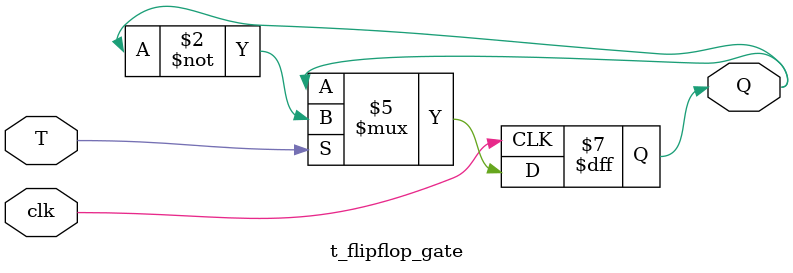
<source format=v>
module t_flipflop_gate (
    input T, clk,
    output reg Q
);
    initial Q = 0;

    always @(posedge clk) begin
        if (T)
            Q <= ~Q;
        else
            Q <= Q;
    end
endmodule

</source>
